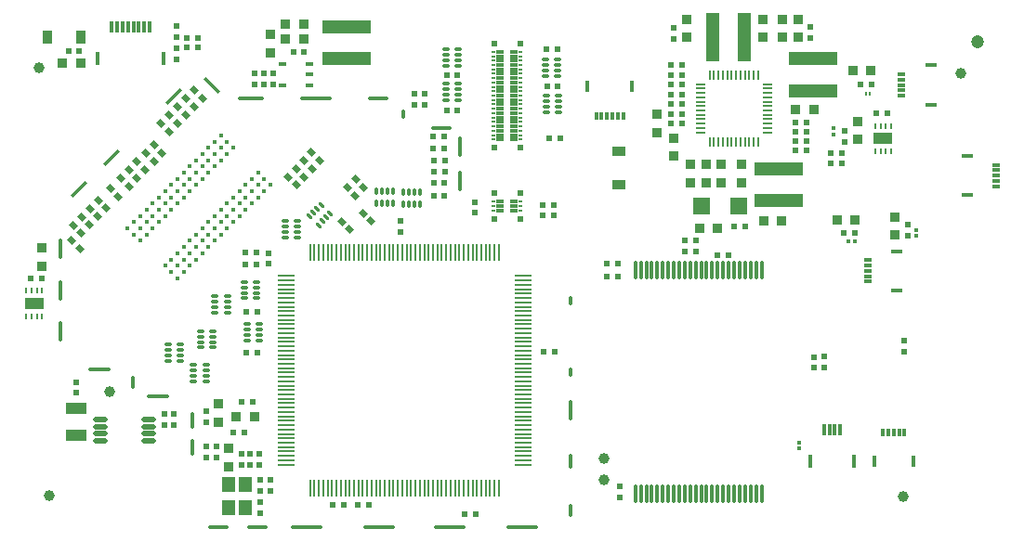
<source format=gtp>
G04 Layer_Color=8421504*
%FSLAX25Y25*%
%MOIN*%
G70*
G01*
G75*
%ADD21R,0.03543X0.03543*%
%ADD22R,0.02362X0.01969*%
%ADD23R,0.00984X0.02165*%
%ADD24R,0.06693X0.03937*%
%ADD25R,0.00906X0.01181*%
%ADD26R,0.03543X0.03543*%
%ADD27R,0.02756X0.01181*%
%ADD28R,0.03937X0.01181*%
G04:AMPARAMS|DCode=29|XSize=78.74mil|YSize=13.78mil|CornerRadius=0mil|HoleSize=0mil|Usage=FLASHONLY|Rotation=135.000|XOffset=0mil|YOffset=0mil|HoleType=Round|Shape=Round|*
%AMOVALD29*
21,1,0.06496,0.01378,0.00000,0.00000,135.0*
1,1,0.01378,0.02297,-0.02297*
1,1,0.01378,-0.02297,0.02297*
%
%ADD29OVALD29*%

%ADD30O,0.09449X0.01378*%
%ADD31O,0.11811X0.01378*%
%ADD32O,0.07874X0.01378*%
%ADD33O,0.01378X0.03937*%
%ADD34O,0.01378X0.07874*%
%ADD35O,0.01378X0.03543*%
%ADD36O,0.01378X0.05512*%
%ADD37O,0.01378X0.04724*%
%ADD38O,0.01378X0.06299*%
%ADD39O,0.08268X0.01378*%
G04:AMPARAMS|DCode=40|XSize=78.74mil|YSize=13.78mil|CornerRadius=0mil|HoleSize=0mil|Usage=FLASHONLY|Rotation=45.000|XOffset=0mil|YOffset=0mil|HoleType=Round|Shape=Round|*
%AMOVALD40*
21,1,0.06496,0.01378,0.00000,0.00000,45.0*
1,1,0.01378,-0.02297,-0.02297*
1,1,0.01378,0.02297,0.02297*
%
%ADD40OVALD40*%

%ADD41R,0.05984X0.06299*%
%ADD42C,0.04724*%
%ADD43R,0.01969X0.02362*%
%ADD44R,0.07480X0.04331*%
%ADD45O,0.03100X0.01200*%
%ADD46C,0.03937*%
%ADD47O,0.00787X0.03937*%
%ADD48O,0.03937X0.00787*%
G04:AMPARAMS|DCode=49|XSize=19.69mil|YSize=23.62mil|CornerRadius=0mil|HoleSize=0mil|Usage=FLASHONLY|Rotation=45.000|XOffset=0mil|YOffset=0mil|HoleType=Round|Shape=Rectangle|*
%AMROTATEDRECTD49*
4,1,4,0.00139,-0.01531,-0.01531,0.00139,-0.00139,0.01531,0.01531,-0.00139,0.00139,-0.01531,0.0*
%
%ADD49ROTATEDRECTD49*%

%ADD50R,0.01181X0.04331*%
%ADD51R,0.01654X0.05118*%
%ADD52R,0.01181X0.02756*%
%ADD53R,0.01181X0.03937*%
%ADD54R,0.17323X0.05118*%
%ADD55O,0.01200X0.03100*%
G04:AMPARAMS|DCode=56|XSize=31mil|YSize=12mil|CornerRadius=0mil|HoleSize=0mil|Usage=FLASHONLY|Rotation=315.000|XOffset=0mil|YOffset=0mil|HoleType=Round|Shape=Round|*
%AMOVALD56*
21,1,0.01900,0.01200,0.00000,0.00000,315.0*
1,1,0.01200,-0.00672,0.00672*
1,1,0.01200,0.00672,-0.00672*
%
%ADD56OVALD56*%

%ADD57O,0.06496X0.00787*%
%ADD58O,0.00787X0.06496*%
%ADD59C,0.01575*%
%ADD60R,0.02756X0.01575*%
%ADD61O,0.01083X0.07000*%
%ADD62R,0.04724X0.05512*%
%ADD63R,0.05118X0.17323*%
%ADD64R,0.01850X0.01969*%
%ADD65R,0.01772X0.00945*%
%ADD66R,0.02874X0.01378*%
%ADD67O,0.05315X0.02047*%
%ADD68R,0.03347X0.04724*%
%ADD69R,0.04724X0.03347*%
%ADD70R,0.01378X0.01378*%
%ADD71R,0.01378X0.01378*%
D21*
X12900Y96150D02*
D03*
Y102650D02*
D03*
X318794Y107250D02*
D03*
Y113750D02*
D03*
X76400Y46649D02*
D03*
Y40149D02*
D03*
X263848Y132650D02*
D03*
Y126150D02*
D03*
X80016Y30613D02*
D03*
Y24113D02*
D03*
X245693Y126081D02*
D03*
Y132581D02*
D03*
X284193Y178333D02*
D03*
Y184833D02*
D03*
X239693Y142081D02*
D03*
Y135581D02*
D03*
X233693Y144081D02*
D03*
Y150581D02*
D03*
X271693Y184833D02*
D03*
Y178333D02*
D03*
X256693Y132581D02*
D03*
Y126081D02*
D03*
X94850Y172724D02*
D03*
Y179224D02*
D03*
X244193Y178333D02*
D03*
Y184833D02*
D03*
X251193Y126081D02*
D03*
Y132581D02*
D03*
X278693Y184833D02*
D03*
Y178333D02*
D03*
X305512Y148132D02*
D03*
Y141632D02*
D03*
D22*
X12868Y91600D02*
D03*
X8931D02*
D03*
X306693Y161374D02*
D03*
X310630D02*
D03*
X168717Y7200D02*
D03*
X164779D02*
D03*
X85661Y36331D02*
D03*
X81724D02*
D03*
X219498Y92283D02*
D03*
X215561D02*
D03*
X26417Y173500D02*
D03*
X22479D02*
D03*
X157420Y125892D02*
D03*
X153483D02*
D03*
X304616Y108200D02*
D03*
X300679D02*
D03*
X117224Y10331D02*
D03*
X121161D02*
D03*
X130161Y10331D02*
D03*
X126224D02*
D03*
X86311Y79817D02*
D03*
X90248D02*
D03*
X90246Y65100D02*
D03*
X86309D02*
D03*
X265161Y110331D02*
D03*
X261224D02*
D03*
X238724Y157831D02*
D03*
X242661D02*
D03*
X238724Y168331D02*
D03*
X242661D02*
D03*
X103181Y173074D02*
D03*
X107118D02*
D03*
X196918Y65474D02*
D03*
X192981D02*
D03*
X283224Y137600D02*
D03*
X287161D02*
D03*
X238724Y164831D02*
D03*
X242661D02*
D03*
X157458Y134138D02*
D03*
X153521D02*
D03*
X153428Y138505D02*
D03*
X157365D02*
D03*
X84531Y47499D02*
D03*
X88468D02*
D03*
X242661Y147331D02*
D03*
X238724D02*
D03*
X242661Y150831D02*
D03*
X238724D02*
D03*
X283224Y147831D02*
D03*
X287161D02*
D03*
X68818Y174574D02*
D03*
X64881D02*
D03*
Y178074D02*
D03*
X68818D02*
D03*
X283225Y144421D02*
D03*
X287162D02*
D03*
Y141011D02*
D03*
X283225D02*
D03*
X242661Y161331D02*
D03*
X238724D02*
D03*
X259161Y100083D02*
D03*
X255224D02*
D03*
X215561Y96883D02*
D03*
X219498D02*
D03*
X193881Y173874D02*
D03*
X197818D02*
D03*
X192596Y114399D02*
D03*
X196533D02*
D03*
X194181Y160674D02*
D03*
X198118D02*
D03*
X196518Y118074D02*
D03*
X192581D02*
D03*
X86044Y96865D02*
D03*
X89981D02*
D03*
X89980Y101166D02*
D03*
X86043D02*
D03*
X296079Y133200D02*
D03*
X300016D02*
D03*
X162117Y152100D02*
D03*
X158179D02*
D03*
X300016Y136800D02*
D03*
X296079D02*
D03*
X194981Y141974D02*
D03*
X198918D02*
D03*
X158179Y164600D02*
D03*
X162117D02*
D03*
X153376Y142627D02*
D03*
X157313D02*
D03*
X153521Y130088D02*
D03*
X157458D02*
D03*
X157420Y121492D02*
D03*
X153483D02*
D03*
X238724Y154331D02*
D03*
X242661D02*
D03*
X316276Y150894D02*
D03*
X312339D02*
D03*
D23*
X7200Y78100D02*
D03*
X9168D02*
D03*
X11137D02*
D03*
X13105D02*
D03*
Y87352D02*
D03*
X11137D02*
D03*
X9168D02*
D03*
X7200D02*
D03*
X311820Y146519D02*
D03*
X313788D02*
D03*
X315757D02*
D03*
X317725D02*
D03*
Y137267D02*
D03*
X315757Y137267D02*
D03*
X313788D02*
D03*
X311820Y137267D02*
D03*
D24*
X10153Y82726D02*
D03*
X314772Y141893D02*
D03*
D25*
X308697Y157900D02*
D03*
X310094D02*
D03*
D26*
X303837Y166305D02*
D03*
X310337D02*
D03*
X20398Y169000D02*
D03*
X26898D02*
D03*
X304698Y112800D02*
D03*
X298198D02*
D03*
X271943Y112331D02*
D03*
X278443D02*
D03*
X248943Y109831D02*
D03*
X255443D02*
D03*
X289943Y152331D02*
D03*
X283443D02*
D03*
X106900Y177574D02*
D03*
X100400D02*
D03*
X89150Y42199D02*
D03*
X82650D02*
D03*
X106800Y183074D02*
D03*
X100300D02*
D03*
D27*
X321449Y157252D02*
D03*
Y159221D02*
D03*
Y161189D02*
D03*
Y163157D02*
D03*
Y165126D02*
D03*
X355365Y132537D02*
D03*
Y130569D02*
D03*
Y128600D02*
D03*
Y126631D02*
D03*
Y124663D02*
D03*
X309135Y90552D02*
D03*
Y92520D02*
D03*
Y94489D02*
D03*
Y96457D02*
D03*
Y98426D02*
D03*
D28*
X331882Y154142D02*
D03*
X331882Y168236D02*
D03*
X344932Y135647D02*
D03*
Y121553D02*
D03*
X319568Y87441D02*
D03*
Y101536D02*
D03*
D29*
X74020Y161011D02*
D03*
D30*
X87913Y156300D02*
D03*
D31*
X111417D02*
D03*
X185433Y2362D02*
D03*
X159449D02*
D03*
X133858D02*
D03*
X107874D02*
D03*
D32*
X133465Y156299D02*
D03*
X156299Y145669D02*
D03*
X90158Y2362D02*
D03*
X76378D02*
D03*
D33*
X142520Y150787D02*
D03*
X202756Y57874D02*
D03*
D34*
X162992Y138976D02*
D03*
Y126772D02*
D03*
X202756Y44488D02*
D03*
X19685Y72835D02*
D03*
Y87402D02*
D03*
Y102362D02*
D03*
D35*
X202756Y83858D02*
D03*
D36*
Y25984D02*
D03*
D37*
Y8268D02*
D03*
X45669Y54331D02*
D03*
D38*
X66929Y31102D02*
D03*
Y40551D02*
D03*
D39*
X54674Y49213D02*
D03*
X33622Y59055D02*
D03*
D40*
X60453Y157074D02*
D03*
X37851Y134897D02*
D03*
X26250Y123598D02*
D03*
D41*
X249461Y117831D02*
D03*
X262925Y117831D02*
D03*
D42*
X348700Y176599D02*
D03*
D43*
X94948Y19399D02*
D03*
Y15462D02*
D03*
X322148Y65332D02*
D03*
Y69269D02*
D03*
X293648Y63569D02*
D03*
Y59632D02*
D03*
X290040Y63504D02*
D03*
Y59567D02*
D03*
X90965Y28768D02*
D03*
Y24831D02*
D03*
X168448Y115232D02*
D03*
Y119168D02*
D03*
X243693Y105299D02*
D03*
Y101362D02*
D03*
X61250Y174343D02*
D03*
Y170405D02*
D03*
X61250Y182243D02*
D03*
Y178305D02*
D03*
X87765Y24831D02*
D03*
Y28768D02*
D03*
X94312Y96896D02*
D03*
Y100833D02*
D03*
X146650Y158043D02*
D03*
Y154105D02*
D03*
X323548Y107032D02*
D03*
Y110968D02*
D03*
X247693Y105299D02*
D03*
Y101362D02*
D03*
X71900Y40131D02*
D03*
Y44068D02*
D03*
X141652Y112361D02*
D03*
Y108424D02*
D03*
X91393Y7462D02*
D03*
Y11399D02*
D03*
X91393Y15462D02*
D03*
Y19399D02*
D03*
X288693Y178114D02*
D03*
Y182051D02*
D03*
X75563Y27523D02*
D03*
Y31460D02*
D03*
X92548Y161331D02*
D03*
Y165269D02*
D03*
X72101Y27504D02*
D03*
Y31441D02*
D03*
X95948Y161331D02*
D03*
Y165269D02*
D03*
X89148Y161331D02*
D03*
Y165269D02*
D03*
X239693Y177614D02*
D03*
Y181551D02*
D03*
X84465Y28767D02*
D03*
Y24830D02*
D03*
X301065Y144568D02*
D03*
Y140631D02*
D03*
X150150Y154105D02*
D03*
Y158043D02*
D03*
X220393Y13115D02*
D03*
Y17052D02*
D03*
X60448Y39132D02*
D03*
Y43069D02*
D03*
X25293Y54514D02*
D03*
Y50577D02*
D03*
X56948Y39132D02*
D03*
Y43069D02*
D03*
D44*
X25393Y35224D02*
D03*
Y45067D02*
D03*
D45*
X157925Y161553D02*
D03*
Y159584D02*
D03*
Y157616D02*
D03*
Y155647D02*
D03*
X162373D02*
D03*
Y157616D02*
D03*
Y159584D02*
D03*
Y161553D02*
D03*
X100229Y112345D02*
D03*
Y110376D02*
D03*
Y108408D02*
D03*
Y106439D02*
D03*
X104677D02*
D03*
Y108408D02*
D03*
Y110376D02*
D03*
Y112345D02*
D03*
X75029Y85345D02*
D03*
Y83376D02*
D03*
Y81408D02*
D03*
Y79439D02*
D03*
X79477D02*
D03*
Y81408D02*
D03*
Y83376D02*
D03*
Y85345D02*
D03*
X90986Y75357D02*
D03*
Y73388D02*
D03*
Y71420D02*
D03*
Y69451D02*
D03*
X86538D02*
D03*
Y71420D02*
D03*
Y73388D02*
D03*
Y75357D02*
D03*
X69892Y72803D02*
D03*
Y70834D02*
D03*
Y68866D02*
D03*
Y66897D02*
D03*
X74340D02*
D03*
Y68866D02*
D03*
Y70834D02*
D03*
Y72803D02*
D03*
X62677Y67945D02*
D03*
Y65976D02*
D03*
Y64008D02*
D03*
Y62039D02*
D03*
X58229D02*
D03*
Y64008D02*
D03*
Y65976D02*
D03*
Y67945D02*
D03*
X67429Y60645D02*
D03*
Y58676D02*
D03*
Y56708D02*
D03*
Y54739D02*
D03*
X71877D02*
D03*
Y56708D02*
D03*
Y58676D02*
D03*
Y60645D02*
D03*
X85529Y90445D02*
D03*
Y88476D02*
D03*
Y86508D02*
D03*
Y84539D02*
D03*
X89977D02*
D03*
Y86508D02*
D03*
Y88476D02*
D03*
Y90445D02*
D03*
X193625Y164321D02*
D03*
Y166290D02*
D03*
Y168258D02*
D03*
Y170227D02*
D03*
X198073D02*
D03*
Y168258D02*
D03*
Y166290D02*
D03*
Y164321D02*
D03*
X157925Y174053D02*
D03*
Y172084D02*
D03*
Y170116D02*
D03*
Y168147D02*
D03*
X162373D02*
D03*
Y170116D02*
D03*
Y172084D02*
D03*
Y174053D02*
D03*
X193925Y151421D02*
D03*
Y153390D02*
D03*
Y155358D02*
D03*
Y157327D02*
D03*
X198373D02*
D03*
Y155358D02*
D03*
Y153390D02*
D03*
Y151421D02*
D03*
D46*
X11811Y167323D02*
D03*
X342520Y165354D02*
D03*
X214567Y27165D02*
D03*
Y19291D02*
D03*
X37402Y51181D02*
D03*
X15748Y13780D02*
D03*
X322047Y13386D02*
D03*
D47*
X269854Y140823D02*
D03*
X268280D02*
D03*
X266705D02*
D03*
X265130D02*
D03*
X263555D02*
D03*
X261980D02*
D03*
X260405D02*
D03*
X258831D02*
D03*
X257256D02*
D03*
X255681D02*
D03*
X254106D02*
D03*
X252532D02*
D03*
Y164839D02*
D03*
X254106D02*
D03*
X255681D02*
D03*
X257256D02*
D03*
X258831D02*
D03*
X260405D02*
D03*
X261980D02*
D03*
X263555D02*
D03*
X265130D02*
D03*
X266705D02*
D03*
X268280D02*
D03*
X269854D02*
D03*
D48*
X249185Y144169D02*
D03*
Y145744D02*
D03*
Y147319D02*
D03*
Y148894D02*
D03*
Y150469D02*
D03*
Y152043D02*
D03*
Y153618D02*
D03*
Y155193D02*
D03*
Y156768D02*
D03*
Y158343D02*
D03*
Y159917D02*
D03*
Y161492D02*
D03*
X273201D02*
D03*
Y159917D02*
D03*
Y158343D02*
D03*
Y156768D02*
D03*
Y155193D02*
D03*
Y153618D02*
D03*
Y152043D02*
D03*
Y150469D02*
D03*
Y148894D02*
D03*
Y147319D02*
D03*
Y145744D02*
D03*
Y144169D02*
D03*
D49*
X55760Y147284D02*
D03*
X58544Y144500D02*
D03*
X61544Y147500D02*
D03*
X58760Y150284D02*
D03*
X61760Y153284D02*
D03*
X64544Y150500D02*
D03*
X67544Y153500D02*
D03*
X64760Y156284D02*
D03*
X67760Y159284D02*
D03*
X70544Y156500D02*
D03*
X130944Y112400D02*
D03*
X128160Y115184D02*
D03*
X120462Y112081D02*
D03*
X123246Y109297D02*
D03*
X50360Y136584D02*
D03*
X53144Y133800D02*
D03*
X49844Y130800D02*
D03*
X47060Y133584D02*
D03*
X26544Y102500D02*
D03*
X23760Y105284D02*
D03*
X24260Y110784D02*
D03*
X27044Y108000D02*
D03*
X30044Y111000D02*
D03*
X27260Y113784D02*
D03*
X30260Y116784D02*
D03*
X33044Y114000D02*
D03*
X36044Y117000D02*
D03*
X33260Y119784D02*
D03*
X44144Y124800D02*
D03*
X41360Y127584D02*
D03*
X37660Y123884D02*
D03*
X40444Y121100D02*
D03*
X109760Y136884D02*
D03*
X112544Y134100D02*
D03*
X109844Y131200D02*
D03*
X107060Y133984D02*
D03*
X104260Y130984D02*
D03*
X107044Y128200D02*
D03*
X104144Y125400D02*
D03*
X101360Y128184D02*
D03*
X122660Y124284D02*
D03*
X125444Y121500D02*
D03*
X128444Y124500D02*
D03*
X125660Y127284D02*
D03*
X53260Y139584D02*
D03*
X56044Y136800D02*
D03*
X44260Y130584D02*
D03*
X47044Y127800D02*
D03*
D50*
X295472Y37244D02*
D03*
X297441D02*
D03*
X299409D02*
D03*
X293504D02*
D03*
X39890Y182008D02*
D03*
X41858D02*
D03*
X43827D02*
D03*
X45795D02*
D03*
X47764D02*
D03*
X49732D02*
D03*
X51701D02*
D03*
X37921D02*
D03*
D51*
X288701Y25945D02*
D03*
X304213D02*
D03*
X33118Y170709D02*
D03*
X56504D02*
D03*
D52*
X221654Y150197D02*
D03*
X219685D02*
D03*
X217717D02*
D03*
X215748D02*
D03*
X213779D02*
D03*
X211811D02*
D03*
X322441Y36319D02*
D03*
X320472D02*
D03*
X318504D02*
D03*
X316535D02*
D03*
X314567D02*
D03*
D53*
X224764Y160630D02*
D03*
X208701D02*
D03*
X325551Y25886D02*
D03*
X311457D02*
D03*
D54*
X289693Y159122D02*
D03*
Y170539D02*
D03*
X122350Y170565D02*
D03*
Y181983D02*
D03*
X277193Y131039D02*
D03*
Y119622D02*
D03*
D55*
X148605Y118266D02*
D03*
X146636D02*
D03*
X144668D02*
D03*
X142699D02*
D03*
Y122714D02*
D03*
X144668D02*
D03*
X146636D02*
D03*
X148605D02*
D03*
X139004Y123015D02*
D03*
X137035D02*
D03*
X135067D02*
D03*
X133098D02*
D03*
Y118567D02*
D03*
X135067D02*
D03*
X137035D02*
D03*
X139004D02*
D03*
D56*
X116313Y115007D02*
D03*
X114921Y113615D02*
D03*
X113529Y112223D02*
D03*
X112137Y110831D02*
D03*
X108992Y113976D02*
D03*
X110384Y115368D02*
D03*
X111776Y116760D02*
D03*
X113168Y118152D02*
D03*
D57*
X185473Y92550D02*
D03*
Y90975D02*
D03*
Y89401D02*
D03*
Y87826D02*
D03*
Y86251D02*
D03*
Y84676D02*
D03*
Y83101D02*
D03*
Y81527D02*
D03*
Y79952D02*
D03*
Y78377D02*
D03*
Y76802D02*
D03*
Y75227D02*
D03*
Y73653D02*
D03*
Y72078D02*
D03*
Y70503D02*
D03*
Y68928D02*
D03*
Y67353D02*
D03*
Y65779D02*
D03*
Y64204D02*
D03*
Y62629D02*
D03*
Y61054D02*
D03*
Y59479D02*
D03*
Y57905D02*
D03*
Y56330D02*
D03*
Y54755D02*
D03*
Y53180D02*
D03*
Y51605D02*
D03*
Y50031D02*
D03*
Y48456D02*
D03*
Y46881D02*
D03*
Y45306D02*
D03*
Y43731D02*
D03*
Y42157D02*
D03*
Y40582D02*
D03*
Y39007D02*
D03*
Y37432D02*
D03*
Y35857D02*
D03*
Y34283D02*
D03*
Y32708D02*
D03*
Y31133D02*
D03*
Y29558D02*
D03*
Y27983D02*
D03*
Y26409D02*
D03*
Y24834D02*
D03*
X100631D02*
D03*
Y26409D02*
D03*
Y27983D02*
D03*
Y29558D02*
D03*
Y31133D02*
D03*
Y32708D02*
D03*
Y34283D02*
D03*
Y35857D02*
D03*
Y37432D02*
D03*
Y39007D02*
D03*
Y40582D02*
D03*
Y42157D02*
D03*
Y43731D02*
D03*
Y45306D02*
D03*
Y46881D02*
D03*
Y48456D02*
D03*
Y50031D02*
D03*
Y51605D02*
D03*
Y53180D02*
D03*
Y54755D02*
D03*
Y56330D02*
D03*
Y57905D02*
D03*
Y59479D02*
D03*
Y61054D02*
D03*
Y62629D02*
D03*
Y64204D02*
D03*
Y65779D02*
D03*
Y67353D02*
D03*
Y68928D02*
D03*
Y70503D02*
D03*
Y72078D02*
D03*
Y73653D02*
D03*
Y75227D02*
D03*
Y76802D02*
D03*
Y78377D02*
D03*
Y79952D02*
D03*
Y81527D02*
D03*
Y83101D02*
D03*
Y84676D02*
D03*
Y86251D02*
D03*
Y87826D02*
D03*
Y89401D02*
D03*
Y90975D02*
D03*
Y92550D02*
D03*
D58*
X176910Y16271D02*
D03*
X175335D02*
D03*
X173761D02*
D03*
X172186D02*
D03*
X170611D02*
D03*
X169036D02*
D03*
X167461D02*
D03*
X165887D02*
D03*
X164312D02*
D03*
X162737D02*
D03*
X161162D02*
D03*
X159587D02*
D03*
X158013D02*
D03*
X156438D02*
D03*
X154863D02*
D03*
X153288D02*
D03*
X151713D02*
D03*
X150139D02*
D03*
X148564D02*
D03*
X146989D02*
D03*
X145414D02*
D03*
X143839D02*
D03*
X142265D02*
D03*
X140690D02*
D03*
X139115D02*
D03*
X137540D02*
D03*
X135965D02*
D03*
X134391D02*
D03*
X132816D02*
D03*
X131241D02*
D03*
X129666D02*
D03*
X128091D02*
D03*
X126517D02*
D03*
X124942D02*
D03*
X123367D02*
D03*
X121792D02*
D03*
X120217D02*
D03*
X118643D02*
D03*
X117068D02*
D03*
X115493D02*
D03*
X113918D02*
D03*
X112343D02*
D03*
X110769D02*
D03*
X109194D02*
D03*
Y101113D02*
D03*
X110769D02*
D03*
X112343D02*
D03*
X113918D02*
D03*
X115493D02*
D03*
X117068D02*
D03*
X118643D02*
D03*
X120217D02*
D03*
X121792D02*
D03*
X123367D02*
D03*
X124942D02*
D03*
X126517D02*
D03*
X128091D02*
D03*
X129666D02*
D03*
X131241D02*
D03*
X132816D02*
D03*
X134391D02*
D03*
X135965D02*
D03*
X137540D02*
D03*
X139115D02*
D03*
X140690D02*
D03*
X142265D02*
D03*
X143839D02*
D03*
X145414D02*
D03*
X146989D02*
D03*
X148564D02*
D03*
X150139D02*
D03*
X151713D02*
D03*
X153288D02*
D03*
X154863D02*
D03*
X156438D02*
D03*
X158013D02*
D03*
X159587D02*
D03*
X161162D02*
D03*
X162737D02*
D03*
X164312D02*
D03*
X165887D02*
D03*
X167461D02*
D03*
X169036D02*
D03*
X170611D02*
D03*
X172186D02*
D03*
X173761D02*
D03*
X175335D02*
D03*
X176910D02*
D03*
D59*
X61594Y91844D02*
D03*
X59367Y94070D02*
D03*
X57140Y96298D02*
D03*
X48232Y105206D02*
D03*
X46004Y107433D02*
D03*
X43778Y109660D02*
D03*
X63821Y94071D02*
D03*
X61595Y96298D02*
D03*
X59367Y98525D02*
D03*
X50459Y107433D02*
D03*
X48232Y109661D02*
D03*
X46005Y111887D02*
D03*
X66048Y96298D02*
D03*
X63821Y98524D02*
D03*
X61594Y100752D02*
D03*
X52686Y109660D02*
D03*
X50458Y111887D02*
D03*
X48232Y114114D02*
D03*
X68275Y98525D02*
D03*
X66049Y100752D02*
D03*
X63821Y102979D02*
D03*
X54913Y111887D02*
D03*
X52686Y114115D02*
D03*
X50459Y116341D02*
D03*
X70502Y100752D02*
D03*
X68275Y102978D02*
D03*
X66048Y105206D02*
D03*
X57140Y114114D02*
D03*
X54912Y116341D02*
D03*
X52686Y118568D02*
D03*
X72729Y102979D02*
D03*
X70503Y105206D02*
D03*
X68275Y107433D02*
D03*
X59367Y116341D02*
D03*
X57140Y118569D02*
D03*
X54913Y120795D02*
D03*
X74957Y105206D02*
D03*
X72730Y107433D02*
D03*
X70503Y109661D02*
D03*
X61595Y118569D02*
D03*
X59367Y120796D02*
D03*
X57140Y123023D02*
D03*
X77183Y107433D02*
D03*
X74957Y109660D02*
D03*
X72729Y111887D02*
D03*
X63821Y120795D02*
D03*
X61594Y123023D02*
D03*
X59367Y125249D02*
D03*
X79411Y109661D02*
D03*
X77184Y111887D02*
D03*
X74957Y114115D02*
D03*
X66049Y123023D02*
D03*
X63821Y125250D02*
D03*
X61595Y127477D02*
D03*
X81638Y111887D02*
D03*
X79411Y114114D02*
D03*
X77183Y116341D02*
D03*
X68275Y125249D02*
D03*
X66048Y127477D02*
D03*
X63821Y129704D02*
D03*
X83865Y114115D02*
D03*
X81638Y116341D02*
D03*
X79411Y118569D02*
D03*
X70503Y127477D02*
D03*
X68275Y129704D02*
D03*
X66049Y131931D02*
D03*
X86092Y116342D02*
D03*
X83866Y118569D02*
D03*
X81638Y120796D02*
D03*
X72730Y129704D02*
D03*
X70503Y131932D02*
D03*
X68276Y134158D02*
D03*
X88319Y118569D02*
D03*
X86092Y120795D02*
D03*
X83865Y123023D02*
D03*
X74957Y131931D02*
D03*
X72729Y134158D02*
D03*
X70503Y136385D02*
D03*
X90546Y120796D02*
D03*
X88320Y123023D02*
D03*
X86092Y125250D02*
D03*
X77184Y134158D02*
D03*
X74957Y136386D02*
D03*
X72730Y138612D02*
D03*
X92773Y123023D02*
D03*
X90546Y125249D02*
D03*
X88319Y127477D02*
D03*
X79411Y136385D02*
D03*
X77183Y138612D02*
D03*
X74957Y140839D02*
D03*
X95000Y125250D02*
D03*
X92774Y127477D02*
D03*
X90546Y129704D02*
D03*
X81638Y138612D02*
D03*
X79411Y140840D02*
D03*
X77184Y143066D02*
D03*
D60*
X108850Y161134D02*
D03*
Y164874D02*
D03*
Y168614D02*
D03*
X99401Y168811D02*
D03*
Y161134D02*
D03*
D61*
X271130Y14268D02*
D03*
X269161D02*
D03*
X267193D02*
D03*
X265224D02*
D03*
X263256D02*
D03*
X261287D02*
D03*
X259319D02*
D03*
X257350D02*
D03*
X255382D02*
D03*
X253413D02*
D03*
X251445D02*
D03*
X249476D02*
D03*
X247508D02*
D03*
X245539D02*
D03*
X243571D02*
D03*
X241602D02*
D03*
X239634D02*
D03*
X237665D02*
D03*
X235697D02*
D03*
X233728D02*
D03*
X231760D02*
D03*
X229791D02*
D03*
X227823D02*
D03*
X225854D02*
D03*
Y94583D02*
D03*
X227823D02*
D03*
X229791D02*
D03*
X231760D02*
D03*
X233728D02*
D03*
X235697D02*
D03*
X237665D02*
D03*
X239634D02*
D03*
X241602D02*
D03*
X243571D02*
D03*
X245539D02*
D03*
X247508D02*
D03*
X249476D02*
D03*
X251445D02*
D03*
X253413D02*
D03*
X255382D02*
D03*
X257350D02*
D03*
X259319D02*
D03*
X261287D02*
D03*
X263256D02*
D03*
X265224D02*
D03*
X267193D02*
D03*
X269161D02*
D03*
X271130D02*
D03*
D62*
X79987Y9431D02*
D03*
Y17698D02*
D03*
X85893D02*
D03*
Y9431D02*
D03*
D63*
X264902Y178331D02*
D03*
X253484D02*
D03*
D64*
X175216Y176063D02*
D03*
X184626D02*
D03*
X184626Y138661D02*
D03*
X175216D02*
D03*
X175216Y113189D02*
D03*
X184626D02*
D03*
Y122244D02*
D03*
X175216D02*
D03*
D65*
X184744Y169961D02*
D03*
Y171535D02*
D03*
Y173110D02*
D03*
X175098Y169961D02*
D03*
Y171535D02*
D03*
Y173110D02*
D03*
X184744Y168386D02*
D03*
Y162087D02*
D03*
Y166811D02*
D03*
Y165236D02*
D03*
Y163661D02*
D03*
Y155787D02*
D03*
Y160512D02*
D03*
Y158937D02*
D03*
Y157362D02*
D03*
Y149488D02*
D03*
Y154213D02*
D03*
Y152638D02*
D03*
Y151063D02*
D03*
Y143189D02*
D03*
Y147913D02*
D03*
Y146339D02*
D03*
Y144764D02*
D03*
Y141614D02*
D03*
X175098Y168386D02*
D03*
Y165236D02*
D03*
Y163661D02*
D03*
Y162087D02*
D03*
Y166811D02*
D03*
Y158937D02*
D03*
Y157362D02*
D03*
Y155787D02*
D03*
Y160512D02*
D03*
Y152638D02*
D03*
Y151063D02*
D03*
Y149488D02*
D03*
Y154213D02*
D03*
Y146339D02*
D03*
Y144764D02*
D03*
Y143189D02*
D03*
Y147913D02*
D03*
Y141614D02*
D03*
X175098Y119291D02*
D03*
Y117717D02*
D03*
Y116142D02*
D03*
X184744Y119291D02*
D03*
Y117717D02*
D03*
Y116142D02*
D03*
D66*
X182421Y169961D02*
D03*
Y171535D02*
D03*
X177421Y173110D02*
D03*
Y171535D02*
D03*
Y169961D02*
D03*
X182421Y173110D02*
D03*
Y168386D02*
D03*
Y166811D02*
D03*
Y165236D02*
D03*
Y163661D02*
D03*
Y160512D02*
D03*
Y162087D02*
D03*
Y158937D02*
D03*
Y157362D02*
D03*
Y155787D02*
D03*
Y154213D02*
D03*
Y152638D02*
D03*
Y151063D02*
D03*
Y143189D02*
D03*
Y144764D02*
D03*
Y146339D02*
D03*
Y147913D02*
D03*
Y149488D02*
D03*
Y141614D02*
D03*
X177421Y168386D02*
D03*
Y160512D02*
D03*
Y162087D02*
D03*
Y163661D02*
D03*
Y165236D02*
D03*
Y166811D02*
D03*
Y158937D02*
D03*
Y157362D02*
D03*
Y155787D02*
D03*
Y154213D02*
D03*
Y152638D02*
D03*
Y151063D02*
D03*
Y147913D02*
D03*
Y149488D02*
D03*
Y146339D02*
D03*
Y144764D02*
D03*
Y143189D02*
D03*
Y141614D02*
D03*
X182421Y119291D02*
D03*
X177421Y116142D02*
D03*
Y117717D02*
D03*
Y119291D02*
D03*
X182421Y117717D02*
D03*
Y116142D02*
D03*
D67*
X33833Y41084D02*
D03*
Y38525D02*
D03*
Y35966D02*
D03*
Y33407D02*
D03*
X51353Y41084D02*
D03*
Y38525D02*
D03*
Y35966D02*
D03*
Y33407D02*
D03*
D68*
X26852Y178500D02*
D03*
X14844D02*
D03*
D69*
X219865Y125495D02*
D03*
Y137503D02*
D03*
D70*
X326701Y106901D02*
D03*
Y108988D02*
D03*
X284695Y30757D02*
D03*
Y32843D02*
D03*
X296795Y145543D02*
D03*
Y143457D02*
D03*
D71*
X302451Y105100D02*
D03*
X304538D02*
D03*
M02*

</source>
